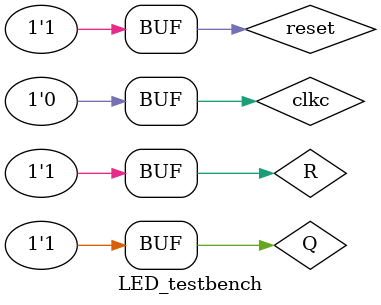
<source format=sv>
module LED_testbench();
logic clk, clkc, reset;
logic A, B, C, D, E, F, G, H, I, J, K, L, M, N, O, P, Q, R;
logic [17:0] ledR;
logic [7:0] ledG;

    LED dut(clk, clkc, reset, in, ledR, ledG);

    always begin 
        clkc = 1; #5;
        clkc = 0; #5;
    end

    initial begin
        #10; reset = 1; 
        #10; reset = 0; R = 1;
        #10; reset = 1;
        #10; reset = 0; R = 1;
        #10; reset = 1;
        #10; reset = 0; Q = 1;
        #10; reset = 1;
        #10; reset = 0;
        #10; reset = 1;
    end
endmodule














/*module LED_testbench();
logic clk, clkc;
logic [17:0] in;
logic [17:0] ledR;
logic [7:0] ledG;

    LED dut(clk, clkc, in, ledR, ledG);

    always begin 
        clkc = 1; #5;
        clkc = 0; #5;
    end

    initial begin
        #10; in = 18'b10_0000_0000_0000_0000_0000;
        #10; in = 18'b10_0000_0000_0000_0000_0001;
        #10; in = 18'b10_0000_0000_0000_0000_0010;
    end

endmodule*/







/*module testbench_LED();
logic clk, reset;
logic A, B, C, D;
logic la, lb, lc, ld, le, lf, lg, lh, li, lj, lk, ll, lm,
      ra, rb, rc, rd, re, rf, rg, rh, ri, rj, rk, rl;

LED dut(A, B, C, D, clk, reset, la, lb, lc, ld, le, lf, lg, lh, li, lj, lk, ll, lm,
                    ra, rb, rc, rd, re, rf, rg, rh, ri, rj, rk, rl);

always
    begin 
        clk = 1; #5;
        clk = 0; #5;
    end

    initial 
        begin
            A = 1'b0; reset = 1'b1; reset = 1'b0; #10
            if (~reset) begin $display("S0"); end
            A = 1'b1; reset = 1'b1; reset = 1'b0; #10
            if (~reset) begin $display("S1"); end
            A = 1'b1; reset = 1'b1; reset = 1'b0; #10
            if (~reset) begin $display("S2"); end
            A = 1'b1; reset = 1'b1; reset = 1'b0; #10
            if (~reset) begin $display("S0"); end
            A = 1'b1; reset = 1'b1; reset = 1'b0; #10
            if (~reset) begin $display("S1"); end
            A = 1'b0; reset = 1'b1; reset = 1'b0; #10
            if (~reset) begin $display("S0"); end
            A = 1'b1; reset = 1'b1; reset = 1'b0; #10
            if (~reset) begin $display("S0"); end
        end

endmodule
*/
</source>
